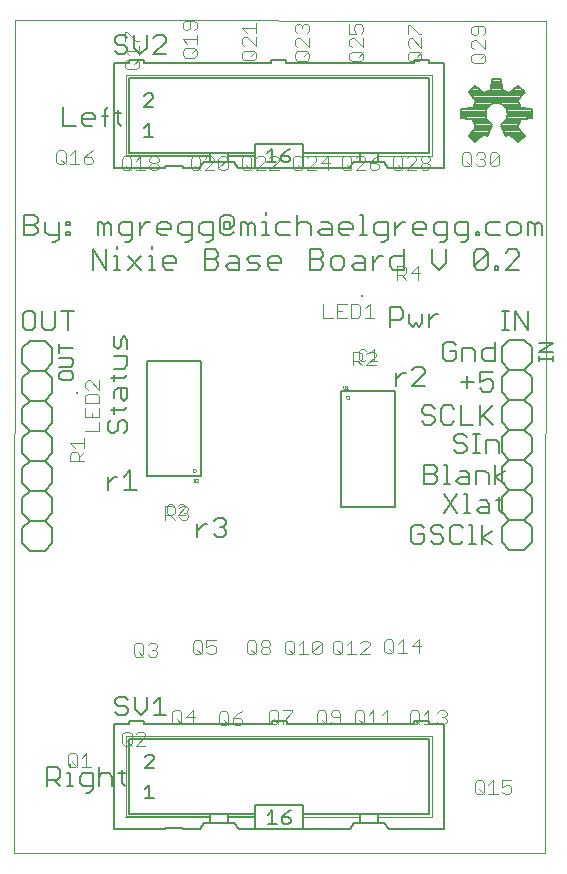
<source format=gto>
G75*
G70*
%OFA0B0*%
%FSLAX24Y24*%
%IPPOS*%
%LPD*%
%AMOC8*
5,1,8,0,0,1.08239X$1,22.5*
%
%ADD10C,0.0000*%
%ADD11C,0.0079*%
%ADD12C,0.0060*%
%ADD13C,0.0080*%
%ADD14C,0.0050*%
%ADD15C,0.0020*%
%ADD16C,0.0070*%
%ADD17C,0.0040*%
%ADD18C,0.0020*%
%ADD19C,0.0010*%
%ADD20C,0.0030*%
%ADD21R,0.0098X0.0098*%
D10*
X001418Y000100D02*
X001458Y027856D01*
X019159Y027844D01*
X019135Y000100D01*
X001418Y000100D01*
D11*
X016794Y023815D02*
X016590Y024019D01*
X016832Y024315D01*
X016789Y024394D01*
X016755Y024477D01*
X016730Y024563D01*
X016349Y024602D01*
X016349Y024890D01*
X016730Y024928D01*
X016755Y025014D01*
X016789Y025097D01*
X016832Y025176D01*
X016590Y025473D01*
X016794Y025676D01*
X017091Y025434D01*
X017169Y025478D01*
X017252Y025512D01*
X017338Y025537D01*
X017377Y025918D01*
X017665Y025918D01*
X017704Y025537D01*
X017790Y025512D01*
X017873Y025478D01*
X017951Y025434D01*
X018248Y025676D01*
X018452Y025473D01*
X018209Y025176D01*
X018253Y025097D01*
X018287Y025014D01*
X018312Y024928D01*
X018693Y024890D01*
X018693Y024602D01*
X018312Y024563D01*
X018287Y024477D01*
X018253Y024394D01*
X018209Y024315D01*
X018452Y024019D01*
X018248Y023815D01*
X017951Y024057D01*
X017893Y024024D01*
X017832Y023995D01*
X017662Y024405D01*
X017726Y024439D01*
X017782Y024485D01*
X017828Y024541D01*
X017862Y024604D01*
X017883Y024674D01*
X017890Y024746D01*
X017883Y024818D01*
X017862Y024887D01*
X017828Y024951D01*
X017782Y025007D01*
X017726Y025053D01*
X017662Y025087D01*
X017593Y025108D01*
X017521Y025115D01*
X017449Y025108D01*
X017380Y025087D01*
X017316Y025053D01*
X017260Y025007D01*
X017214Y024951D01*
X017180Y024887D01*
X017159Y024818D01*
X017152Y024746D01*
X017159Y024674D01*
X017180Y024604D01*
X017214Y024541D01*
X017260Y024485D01*
X017316Y024439D01*
X017380Y024405D01*
X017210Y023995D01*
X017149Y024024D01*
X017091Y024057D01*
X016794Y023815D01*
X016719Y023890D02*
X016886Y023890D01*
X016980Y023967D02*
X016641Y023967D01*
X016611Y024045D02*
X017075Y024045D01*
X017113Y024045D02*
X017230Y024045D01*
X017262Y024122D02*
X016674Y024122D01*
X016737Y024199D02*
X017294Y024199D01*
X017326Y024276D02*
X016800Y024276D01*
X016811Y024353D02*
X017358Y024353D01*
X017331Y024431D02*
X016774Y024431D01*
X016746Y024508D02*
X017241Y024508D01*
X017190Y024585D02*
X016511Y024585D01*
X016349Y024662D02*
X017162Y024662D01*
X017152Y024740D02*
X016349Y024740D01*
X016349Y024817D02*
X017159Y024817D01*
X017184Y024894D02*
X016393Y024894D01*
X016742Y024971D02*
X017231Y024971D01*
X017311Y025049D02*
X016769Y025049D01*
X016805Y025126D02*
X018237Y025126D01*
X018232Y025203D02*
X016810Y025203D01*
X016747Y025280D02*
X018295Y025280D01*
X018358Y025358D02*
X016684Y025358D01*
X016621Y025435D02*
X017090Y025435D01*
X017092Y025435D02*
X017950Y025435D01*
X017952Y025435D02*
X018421Y025435D01*
X018412Y025512D02*
X018047Y025512D01*
X018141Y025589D02*
X018335Y025589D01*
X018258Y025667D02*
X018236Y025667D01*
X018273Y025049D02*
X017731Y025049D01*
X017811Y024971D02*
X018300Y024971D01*
X018648Y024894D02*
X017858Y024894D01*
X017883Y024817D02*
X018693Y024817D01*
X018693Y024740D02*
X017889Y024740D01*
X017879Y024662D02*
X018693Y024662D01*
X018531Y024585D02*
X017852Y024585D01*
X017801Y024508D02*
X018296Y024508D01*
X018268Y024431D02*
X017711Y024431D01*
X017683Y024353D02*
X018230Y024353D01*
X018241Y024276D02*
X017715Y024276D01*
X017747Y024199D02*
X018304Y024199D01*
X018367Y024122D02*
X017779Y024122D01*
X017811Y024045D02*
X017929Y024045D01*
X017966Y024045D02*
X018430Y024045D01*
X018400Y023967D02*
X018061Y023967D01*
X018156Y023890D02*
X018323Y023890D01*
X017789Y025512D02*
X017253Y025512D01*
X017344Y025589D02*
X017698Y025589D01*
X017690Y025667D02*
X017351Y025667D01*
X017359Y025744D02*
X017682Y025744D01*
X017675Y025821D02*
X017367Y025821D01*
X017375Y025898D02*
X017667Y025898D01*
X016995Y025512D02*
X016629Y025512D01*
X016707Y025589D02*
X016900Y025589D01*
X016806Y025667D02*
X016784Y025667D01*
D12*
X017708Y018172D02*
X017922Y018172D01*
X017815Y018172D02*
X017815Y017532D01*
X017708Y017532D02*
X017922Y017532D01*
X018138Y017532D02*
X018138Y018172D01*
X018565Y017532D01*
X018565Y018172D01*
X018440Y017222D02*
X017940Y017222D01*
X017690Y016972D01*
X017690Y016472D01*
X017940Y016222D01*
X017690Y015972D01*
X017690Y015472D01*
X017940Y015222D01*
X018440Y015222D01*
X018690Y015472D01*
X018690Y015972D01*
X018440Y016222D01*
X017940Y016222D01*
X017402Y016125D02*
X016975Y016125D01*
X016975Y015805D01*
X017188Y015911D01*
X017295Y015911D01*
X017402Y015805D01*
X017402Y015591D01*
X017295Y015484D01*
X017082Y015484D01*
X016975Y015591D01*
X016757Y015805D02*
X016330Y015805D01*
X016544Y016018D02*
X016544Y015591D01*
X016320Y015023D02*
X016320Y014382D01*
X016747Y014382D01*
X016965Y014382D02*
X016965Y015023D01*
X017072Y014702D02*
X017392Y014382D01*
X017489Y013864D02*
X017168Y013864D01*
X017168Y013437D01*
X016952Y013437D02*
X016739Y013437D01*
X016845Y013437D02*
X016845Y014078D01*
X016739Y014078D02*
X016952Y014078D01*
X016521Y013971D02*
X016414Y014078D01*
X016201Y014078D01*
X016094Y013971D01*
X016094Y013864D01*
X016201Y013757D01*
X016414Y013757D01*
X016521Y013651D01*
X016521Y013544D01*
X016414Y013437D01*
X016201Y013437D01*
X016094Y013544D01*
X015861Y013054D02*
X015861Y012413D01*
X015754Y012413D02*
X015968Y012413D01*
X016184Y012520D02*
X016291Y012627D01*
X016611Y012627D01*
X016611Y012734D02*
X016504Y012840D01*
X016291Y012840D01*
X016184Y012520D02*
X016291Y012413D01*
X016611Y012413D01*
X016611Y012734D01*
X016829Y012840D02*
X017149Y012840D01*
X017256Y012734D01*
X017256Y012413D01*
X017473Y012413D02*
X017473Y013054D01*
X017690Y012972D02*
X017940Y013222D01*
X017690Y013472D01*
X017690Y013972D01*
X017940Y014222D01*
X017690Y014472D01*
X017690Y014972D01*
X017940Y015222D01*
X018440Y015222D02*
X018690Y014972D01*
X018690Y014472D01*
X018440Y014222D01*
X018690Y013972D01*
X018690Y013472D01*
X018440Y013222D01*
X018690Y012972D01*
X018690Y012472D01*
X018440Y012222D01*
X017940Y012222D01*
X017690Y012472D01*
X017690Y012972D01*
X017794Y012840D02*
X017473Y012627D01*
X017794Y012413D01*
X017940Y012222D02*
X017690Y011972D01*
X017690Y011472D01*
X017940Y011222D01*
X017690Y010972D01*
X017690Y010472D01*
X017940Y010222D01*
X018440Y010222D01*
X018690Y010472D01*
X018690Y010972D01*
X018440Y011222D01*
X017940Y011222D01*
X017712Y011429D02*
X017605Y011536D01*
X017605Y011963D01*
X017498Y011856D02*
X017712Y011856D01*
X017280Y011749D02*
X017280Y011429D01*
X016960Y011429D01*
X016853Y011536D01*
X016960Y011643D01*
X017280Y011643D01*
X017280Y011749D02*
X017174Y011856D01*
X016960Y011856D01*
X016637Y011429D02*
X016424Y011429D01*
X016530Y011429D02*
X016530Y012070D01*
X016424Y012070D01*
X016206Y012070D02*
X015779Y011429D01*
X015642Y011046D02*
X015428Y011046D01*
X015321Y010939D01*
X015321Y010833D01*
X015428Y010726D01*
X015642Y010726D01*
X015748Y010619D01*
X015748Y010512D01*
X015642Y010406D01*
X015428Y010406D01*
X015321Y010512D01*
X015104Y010512D02*
X014997Y010406D01*
X014784Y010406D01*
X014677Y010512D01*
X014677Y010939D01*
X014784Y011046D01*
X014997Y011046D01*
X015104Y010939D01*
X015104Y010726D02*
X014890Y010726D01*
X015104Y010726D02*
X015104Y010512D01*
X015642Y011046D02*
X015748Y010939D01*
X015966Y010939D02*
X015966Y010512D01*
X016073Y010406D01*
X016286Y010406D01*
X016393Y010512D01*
X016610Y010406D02*
X016824Y010406D01*
X016717Y010406D02*
X016717Y011046D01*
X016610Y011046D01*
X016393Y010939D02*
X016286Y011046D01*
X016073Y011046D01*
X015966Y010939D01*
X016206Y011429D02*
X015779Y012070D01*
X015430Y012413D02*
X015537Y012520D01*
X015537Y012627D01*
X015430Y012734D01*
X015110Y012734D01*
X015110Y013054D02*
X015430Y013054D01*
X015537Y012947D01*
X015537Y012840D01*
X015430Y012734D01*
X015754Y013054D02*
X015861Y013054D01*
X015430Y012413D02*
X015110Y012413D01*
X015110Y013054D01*
X015138Y014382D02*
X015031Y014489D01*
X015138Y014382D02*
X015351Y014382D01*
X015458Y014489D01*
X015458Y014595D01*
X015351Y014702D01*
X015138Y014702D01*
X015031Y014809D01*
X015031Y014916D01*
X015138Y015023D01*
X015351Y015023D01*
X015458Y014916D01*
X015676Y014916D02*
X015676Y014489D01*
X015782Y014382D01*
X015996Y014382D01*
X016103Y014489D01*
X016103Y014916D02*
X015996Y015023D01*
X015782Y015023D01*
X015676Y014916D01*
X015129Y015681D02*
X014702Y015681D01*
X015129Y016108D01*
X015129Y016215D01*
X015022Y016322D01*
X014809Y016322D01*
X014702Y016215D01*
X014485Y016108D02*
X014379Y016108D01*
X014165Y015895D01*
X014165Y016108D02*
X014165Y015681D01*
X015740Y016615D02*
X015847Y016508D01*
X016060Y016508D01*
X016167Y016615D01*
X016167Y016828D01*
X015953Y016828D01*
X015740Y017042D02*
X015740Y016615D01*
X015740Y017042D02*
X015847Y017148D01*
X016060Y017148D01*
X016167Y017042D01*
X016384Y016935D02*
X016384Y016508D01*
X016384Y016935D02*
X016705Y016935D01*
X016811Y016828D01*
X016811Y016508D01*
X017029Y016615D02*
X017029Y016828D01*
X017136Y016935D01*
X017456Y016935D01*
X017456Y017148D02*
X017456Y016508D01*
X017136Y016508D01*
X017029Y016615D01*
X017392Y015023D02*
X016965Y014595D01*
X017489Y013864D02*
X017595Y013757D01*
X017595Y013437D01*
X017940Y013222D02*
X018440Y013222D01*
X018440Y012222D02*
X018690Y011972D01*
X018690Y011472D01*
X018440Y011222D01*
X017360Y010833D02*
X017040Y010619D01*
X017360Y010406D01*
X017040Y010406D02*
X017040Y011046D01*
X016829Y012413D02*
X016829Y012840D01*
X017940Y014222D02*
X018440Y014222D01*
X018440Y016222D02*
X018690Y016472D01*
X018690Y016972D01*
X018440Y017222D01*
X015578Y018077D02*
X015471Y018077D01*
X015257Y017863D01*
X015257Y017650D02*
X015257Y018077D01*
X015040Y018077D02*
X015040Y017756D01*
X014933Y017650D01*
X014826Y017756D01*
X014719Y017650D01*
X014613Y017756D01*
X014613Y018077D01*
X014395Y018183D02*
X014395Y017970D01*
X014288Y017863D01*
X013968Y017863D01*
X013968Y017650D02*
X013968Y018290D01*
X014288Y018290D01*
X014395Y018183D01*
X008408Y011282D02*
X008515Y011176D01*
X008515Y011069D01*
X008408Y010962D01*
X008515Y010855D01*
X008515Y010749D01*
X008408Y010642D01*
X008195Y010642D01*
X008088Y010749D01*
X008301Y010962D02*
X008408Y010962D01*
X008408Y011282D02*
X008195Y011282D01*
X008088Y011176D01*
X007871Y011069D02*
X007764Y011069D01*
X007551Y010855D01*
X007551Y010642D02*
X007551Y011069D01*
X005523Y012217D02*
X005096Y012217D01*
X005309Y012217D02*
X005309Y012857D01*
X005096Y012644D01*
X004879Y012644D02*
X004772Y012644D01*
X004559Y012430D01*
X004559Y012217D02*
X004559Y012644D01*
X004674Y014106D02*
X004780Y014106D01*
X004887Y014213D01*
X004887Y014427D01*
X004994Y014533D01*
X005101Y014533D01*
X005207Y014427D01*
X005207Y014213D01*
X005101Y014106D01*
X004674Y014106D02*
X004567Y014213D01*
X004567Y014427D01*
X004674Y014533D01*
X004780Y014751D02*
X004780Y014964D01*
X004674Y014858D02*
X005101Y014858D01*
X005207Y014964D01*
X005101Y015181D02*
X004994Y015287D01*
X004994Y015608D01*
X004887Y015608D02*
X004780Y015501D01*
X004780Y015287D01*
X005101Y015181D02*
X005207Y015287D01*
X005207Y015608D01*
X004887Y015608D01*
X004780Y015825D02*
X004780Y016039D01*
X004674Y015932D02*
X005101Y015932D01*
X005207Y016039D01*
X005101Y016255D02*
X005207Y016362D01*
X005207Y016682D01*
X004780Y016682D01*
X004887Y016899D02*
X004780Y017006D01*
X004780Y017326D01*
X004994Y017220D02*
X004994Y017006D01*
X004887Y016899D01*
X004994Y017220D02*
X005101Y017326D01*
X005207Y017220D01*
X005207Y016899D01*
X005101Y016255D02*
X004780Y016255D01*
X003440Y018172D02*
X003013Y018172D01*
X003227Y018172D02*
X003227Y017532D01*
X002796Y017638D02*
X002689Y017532D01*
X002475Y017532D01*
X002369Y017638D01*
X002369Y018172D01*
X002151Y018065D02*
X002044Y018172D01*
X001831Y018172D01*
X001724Y018065D01*
X001724Y017638D01*
X001831Y017532D01*
X002044Y017532D01*
X002151Y017638D01*
X002151Y018065D01*
X002796Y018172D02*
X002796Y017638D01*
X002456Y017183D02*
X002706Y016933D01*
X002706Y016433D01*
X002456Y016183D01*
X002706Y015933D01*
X002706Y015433D01*
X002456Y015183D01*
X001956Y015183D01*
X001706Y015433D01*
X001706Y015933D01*
X001956Y016183D01*
X001706Y016433D01*
X001706Y016933D01*
X001956Y017183D01*
X002456Y017183D01*
X002456Y016183D02*
X001956Y016183D01*
X001956Y015183D02*
X001706Y014933D01*
X001706Y014433D01*
X001956Y014183D01*
X001706Y013933D01*
X001706Y013433D01*
X001956Y013183D01*
X001706Y012933D01*
X001706Y012433D01*
X001956Y012183D01*
X002456Y012183D01*
X002706Y012433D01*
X002706Y012933D01*
X002456Y013183D01*
X001956Y013183D01*
X002456Y013183D02*
X002706Y013433D01*
X002706Y013933D01*
X002456Y014183D01*
X001956Y014183D01*
X002456Y014183D02*
X002706Y014433D01*
X002706Y014933D01*
X002456Y015183D01*
X002456Y012183D02*
X002706Y011933D01*
X002706Y011433D01*
X002456Y011183D01*
X002706Y010933D01*
X002706Y010433D01*
X002456Y010183D01*
X001956Y010183D01*
X001706Y010433D01*
X001706Y010933D01*
X001956Y011183D01*
X001706Y011433D01*
X001706Y011933D01*
X001956Y012183D01*
X001956Y011183D02*
X002456Y011183D01*
X003302Y003082D02*
X003302Y002975D01*
X003302Y002762D02*
X003195Y002762D01*
X003302Y002762D02*
X003302Y002335D01*
X003195Y002335D02*
X003409Y002335D01*
X003625Y002441D02*
X003625Y002655D01*
X003732Y002762D01*
X004052Y002762D01*
X004052Y002228D01*
X003945Y002121D01*
X003839Y002121D01*
X003732Y002335D02*
X003625Y002441D01*
X003732Y002335D02*
X004052Y002335D01*
X004270Y002335D02*
X004270Y002975D01*
X004376Y002762D02*
X004270Y002655D01*
X004376Y002762D02*
X004590Y002762D01*
X004697Y002655D01*
X004697Y002335D01*
X005021Y002441D02*
X005021Y002869D01*
X004914Y002762D02*
X005128Y002762D01*
X005021Y002441D02*
X005128Y002335D01*
X002978Y002335D02*
X002764Y002548D01*
X002871Y002548D02*
X002551Y002548D01*
X002551Y002335D02*
X002551Y002975D01*
X002871Y002975D01*
X002978Y002869D01*
X002978Y002655D01*
X002871Y002548D01*
X003063Y024343D02*
X003490Y024343D01*
X003707Y024449D02*
X003707Y024663D01*
X003814Y024770D01*
X004027Y024770D01*
X004134Y024663D01*
X004134Y024556D01*
X003707Y024556D01*
X003707Y024449D02*
X003814Y024343D01*
X004027Y024343D01*
X004459Y024343D02*
X004459Y024876D01*
X004565Y024983D01*
X004781Y024770D02*
X004995Y024770D01*
X004888Y024876D02*
X004888Y024449D01*
X004995Y024343D01*
X004565Y024663D02*
X004352Y024663D01*
X003063Y024983D02*
X003063Y024343D01*
D13*
X002114Y021372D02*
X001773Y021372D01*
X001773Y020691D01*
X002114Y020691D01*
X002227Y020805D01*
X002227Y020918D01*
X002114Y021031D01*
X001773Y021031D01*
X002114Y021031D02*
X002227Y021145D01*
X002227Y021258D01*
X002114Y021372D01*
X002473Y021145D02*
X002473Y020805D01*
X002587Y020691D01*
X002927Y020691D01*
X002927Y020578D02*
X002814Y020464D01*
X002700Y020464D01*
X002927Y020578D02*
X002927Y021145D01*
X003173Y021145D02*
X003173Y021031D01*
X003286Y021031D01*
X003286Y021145D01*
X003173Y021145D01*
X003173Y020805D02*
X003173Y020691D01*
X003286Y020691D01*
X003286Y020805D01*
X003173Y020805D01*
X004057Y020230D02*
X004057Y019549D01*
X004511Y019549D02*
X004057Y020230D01*
X004223Y020691D02*
X004223Y021145D01*
X004336Y021145D01*
X004450Y021031D01*
X004563Y021145D01*
X004676Y021031D01*
X004676Y020691D01*
X004450Y020691D02*
X004450Y021031D01*
X004923Y021031D02*
X004923Y020805D01*
X005036Y020691D01*
X005376Y020691D01*
X005376Y020578D02*
X005263Y020464D01*
X005149Y020464D01*
X005376Y020578D02*
X005376Y021145D01*
X005036Y021145D01*
X004923Y021031D01*
X004870Y020343D02*
X004870Y020230D01*
X004870Y020003D02*
X004870Y019549D01*
X004757Y019549D02*
X004984Y019549D01*
X005223Y019549D02*
X005677Y020003D01*
X005923Y020003D02*
X006036Y020003D01*
X006036Y019549D01*
X005923Y019549D02*
X006150Y019549D01*
X006390Y019663D02*
X006390Y019890D01*
X006503Y020003D01*
X006730Y020003D01*
X006843Y019890D01*
X006843Y019776D01*
X006390Y019776D01*
X006390Y019663D02*
X006503Y019549D01*
X006730Y019549D01*
X006036Y020230D02*
X006036Y020343D01*
X006319Y020691D02*
X006205Y020805D01*
X006205Y021031D01*
X006319Y021145D01*
X006546Y021145D01*
X006659Y021031D01*
X006659Y020918D01*
X006205Y020918D01*
X006319Y020691D02*
X006546Y020691D01*
X006905Y020805D02*
X007019Y020691D01*
X007359Y020691D01*
X007359Y020578D02*
X007359Y021145D01*
X007019Y021145D01*
X006905Y021031D01*
X006905Y020805D01*
X007132Y020464D02*
X007246Y020464D01*
X007359Y020578D01*
X007605Y020805D02*
X007605Y021031D01*
X007719Y021145D01*
X008059Y021145D01*
X008059Y020578D01*
X007945Y020464D01*
X007832Y020464D01*
X007789Y020230D02*
X008129Y020230D01*
X008243Y020117D01*
X008243Y020003D01*
X008129Y019890D01*
X007789Y019890D01*
X007789Y020230D02*
X007789Y019549D01*
X008129Y019549D01*
X008243Y019663D01*
X008243Y019776D01*
X008129Y019890D01*
X008489Y019663D02*
X008602Y019776D01*
X008943Y019776D01*
X008943Y019890D02*
X008943Y019549D01*
X008602Y019549D01*
X008489Y019663D01*
X008602Y020003D02*
X008829Y020003D01*
X008943Y019890D01*
X009189Y019890D02*
X009302Y020003D01*
X009642Y020003D01*
X009529Y019776D02*
X009302Y019776D01*
X009189Y019890D01*
X009189Y019549D02*
X009529Y019549D01*
X009642Y019663D01*
X009529Y019776D01*
X009889Y019776D02*
X010342Y019776D01*
X010342Y019890D01*
X010229Y020003D01*
X010002Y020003D01*
X009889Y019890D01*
X009889Y019663D01*
X010002Y019549D01*
X010229Y019549D01*
X010284Y020691D02*
X010171Y020805D01*
X010171Y021031D01*
X010284Y021145D01*
X010625Y021145D01*
X010625Y020691D02*
X010284Y020691D01*
X009931Y020691D02*
X009704Y020691D01*
X009818Y020691D02*
X009818Y021145D01*
X009704Y021145D01*
X009818Y021372D02*
X009818Y021485D01*
X009458Y021031D02*
X009458Y020691D01*
X009232Y020691D02*
X009232Y021031D01*
X009345Y021145D01*
X009458Y021031D01*
X009232Y021031D02*
X009118Y021145D01*
X009005Y021145D01*
X009005Y020691D01*
X008759Y020805D02*
X008645Y020691D01*
X008418Y020691D01*
X008305Y020805D01*
X008305Y021258D01*
X008418Y021372D01*
X008645Y021372D01*
X008759Y021258D01*
X008759Y021031D01*
X008645Y020918D01*
X008645Y021145D01*
X008418Y021145D01*
X008418Y020918D01*
X008645Y020918D01*
X008059Y020691D02*
X007719Y020691D01*
X007605Y020805D01*
X005963Y021145D02*
X005849Y021145D01*
X005622Y020918D01*
X005622Y020691D02*
X005622Y021145D01*
X005223Y020003D02*
X005677Y019549D01*
X004870Y020003D02*
X004757Y020003D01*
X004511Y020230D02*
X004511Y019549D01*
X010871Y020691D02*
X010871Y021372D01*
X010984Y021145D02*
X011211Y021145D01*
X011325Y021031D01*
X011325Y020691D01*
X011571Y020805D02*
X011684Y020918D01*
X012024Y020918D01*
X012024Y021031D02*
X012024Y020691D01*
X011684Y020691D01*
X011571Y020805D01*
X011684Y021145D02*
X011911Y021145D01*
X012024Y021031D01*
X012270Y021031D02*
X012270Y020805D01*
X012384Y020691D01*
X012611Y020691D01*
X012724Y020918D02*
X012724Y021031D01*
X012611Y021145D01*
X012384Y021145D01*
X012270Y021031D01*
X012270Y020918D02*
X012724Y020918D01*
X012970Y020691D02*
X013197Y020691D01*
X013084Y020691D02*
X013084Y021372D01*
X012970Y021372D01*
X013437Y021031D02*
X013437Y020805D01*
X013550Y020691D01*
X013890Y020691D01*
X013890Y020578D02*
X013890Y021145D01*
X013550Y021145D01*
X013437Y021031D01*
X013664Y020464D02*
X013777Y020464D01*
X013890Y020578D01*
X014137Y020691D02*
X014137Y021145D01*
X014363Y021145D02*
X014137Y020918D01*
X014363Y021145D02*
X014477Y021145D01*
X014720Y021031D02*
X014720Y020805D01*
X014833Y020691D01*
X015060Y020691D01*
X015173Y020918D02*
X015173Y021031D01*
X015060Y021145D01*
X014833Y021145D01*
X014720Y021031D01*
X014720Y020918D02*
X015173Y020918D01*
X015419Y021031D02*
X015419Y020805D01*
X015533Y020691D01*
X015873Y020691D01*
X015873Y020578D02*
X015760Y020464D01*
X015646Y020464D01*
X015873Y020578D02*
X015873Y021145D01*
X015533Y021145D01*
X015419Y021031D01*
X016119Y021031D02*
X016119Y020805D01*
X016233Y020691D01*
X016573Y020691D01*
X016573Y020578D02*
X016573Y021145D01*
X016233Y021145D01*
X016119Y021031D01*
X016346Y020464D02*
X016460Y020464D01*
X016573Y020578D01*
X016883Y020230D02*
X016770Y020117D01*
X016770Y019663D01*
X017224Y020117D01*
X017224Y019663D01*
X017110Y019549D01*
X016883Y019549D01*
X016770Y019663D01*
X016883Y020230D02*
X017110Y020230D01*
X017224Y020117D01*
X017470Y019663D02*
X017583Y019663D01*
X017583Y019549D01*
X017470Y019549D01*
X017470Y019663D01*
X017820Y019549D02*
X018273Y020003D01*
X018273Y020117D01*
X018160Y020230D01*
X017933Y020230D01*
X017820Y020117D01*
X017820Y019549D02*
X018273Y019549D01*
X018209Y020691D02*
X017982Y020691D01*
X017869Y020805D01*
X017869Y021031D01*
X017982Y021145D01*
X018209Y021145D01*
X018322Y021031D01*
X018322Y020805D01*
X018209Y020691D01*
X018569Y020691D02*
X018569Y021145D01*
X018682Y021145D01*
X018795Y021031D01*
X018909Y021145D01*
X019022Y021031D01*
X019022Y020691D01*
X018795Y020691D02*
X018795Y021031D01*
X017623Y021145D02*
X017282Y021145D01*
X017169Y021031D01*
X017169Y020805D01*
X017282Y020691D01*
X017623Y020691D01*
X016933Y020691D02*
X016819Y020691D01*
X016819Y020805D01*
X016933Y020805D01*
X016933Y020691D01*
X015824Y020230D02*
X015824Y019776D01*
X015597Y019549D01*
X015370Y019776D01*
X015370Y020230D01*
X014424Y020230D02*
X014424Y019549D01*
X014084Y019549D01*
X013971Y019663D01*
X013971Y019890D01*
X014084Y020003D01*
X014424Y020003D01*
X013728Y020003D02*
X013614Y020003D01*
X013388Y019776D01*
X013388Y019549D02*
X013388Y020003D01*
X013141Y019890D02*
X013141Y019549D01*
X012801Y019549D01*
X012688Y019663D01*
X012801Y019776D01*
X013141Y019776D01*
X013141Y019890D02*
X013028Y020003D01*
X012801Y020003D01*
X012442Y019890D02*
X012442Y019663D01*
X012328Y019549D01*
X012101Y019549D01*
X011988Y019663D01*
X011988Y019890D01*
X012101Y020003D01*
X012328Y020003D01*
X012442Y019890D01*
X011742Y020003D02*
X011628Y019890D01*
X011288Y019890D01*
X011288Y020230D02*
X011288Y019549D01*
X011628Y019549D01*
X011742Y019663D01*
X011742Y019776D01*
X011628Y019890D01*
X011742Y020003D02*
X011742Y020117D01*
X011628Y020230D01*
X011288Y020230D01*
X010871Y021031D02*
X010984Y021145D01*
D14*
X011057Y022948D02*
X009457Y022948D01*
X008907Y022948D01*
X008757Y023148D01*
X008557Y023148D01*
X007957Y023148D01*
X007757Y023148D01*
X007607Y022948D01*
X007057Y022948D01*
X007057Y022998D01*
X006457Y022998D01*
X006457Y022948D01*
X004757Y022948D01*
X004757Y026448D01*
X005257Y026448D01*
X005257Y026548D01*
X005757Y026548D01*
X005757Y026448D01*
X010007Y026448D01*
X010007Y026548D01*
X010507Y026548D01*
X010507Y026448D01*
X014757Y026448D01*
X014757Y026548D01*
X015257Y026548D01*
X015257Y026448D01*
X015757Y026448D01*
X015757Y022948D01*
X013907Y022948D01*
X013757Y023148D01*
X013557Y023148D01*
X012957Y023148D01*
X012757Y023148D01*
X012607Y022948D01*
X011057Y022948D01*
X011057Y023348D01*
X011057Y023448D01*
X012957Y023448D01*
X013557Y023448D01*
X013557Y023348D01*
X013557Y023148D01*
X013557Y023448D02*
X015257Y023448D01*
X015257Y025948D01*
X005257Y025948D01*
X005257Y023448D01*
X007957Y023448D01*
X008557Y023448D01*
X008557Y023348D01*
X009457Y023348D01*
X009457Y022948D01*
X009457Y023348D02*
X009457Y023448D01*
X008557Y023448D01*
X008557Y023348D02*
X008557Y023148D01*
X007957Y023148D02*
X007957Y023348D01*
X007957Y023448D01*
X007957Y023348D02*
X005157Y023348D01*
X005782Y023973D02*
X006082Y023973D01*
X005932Y023973D02*
X005932Y024424D01*
X005782Y024274D01*
X005782Y024973D02*
X006082Y025274D01*
X006082Y025349D01*
X006007Y025424D01*
X005857Y025424D01*
X005782Y025349D01*
X005782Y024973D02*
X006082Y024973D01*
X009457Y023748D02*
X009457Y023448D01*
X009457Y023748D02*
X011057Y023748D01*
X011057Y023448D01*
X010643Y023574D02*
X010493Y023499D01*
X010342Y023349D01*
X010568Y023349D01*
X010643Y023274D01*
X010643Y023198D01*
X010568Y023123D01*
X010418Y023123D01*
X010342Y023198D01*
X010342Y023349D01*
X010182Y023123D02*
X009882Y023123D01*
X010032Y023123D02*
X010032Y023574D01*
X009882Y023424D01*
X012957Y023448D02*
X012957Y023348D01*
X012957Y023148D01*
X007669Y016512D02*
X007669Y012661D01*
X005877Y012661D01*
X005877Y016512D01*
X007669Y016512D01*
X003401Y016542D02*
X003401Y016392D01*
X003326Y016317D01*
X002950Y016317D01*
X003026Y016157D02*
X002950Y016082D01*
X002950Y015932D01*
X003026Y015856D01*
X003326Y015856D01*
X003401Y015932D01*
X003401Y016082D01*
X003326Y016157D01*
X003026Y016157D01*
X002950Y016617D02*
X003326Y016617D01*
X003401Y016542D01*
X003401Y016927D02*
X002950Y016927D01*
X002950Y016777D02*
X002950Y017078D01*
X005273Y004505D02*
X005273Y004405D01*
X004773Y004405D01*
X004773Y000905D01*
X006473Y000905D01*
X006473Y000955D01*
X007073Y000955D01*
X007073Y000905D01*
X007623Y000905D01*
X007773Y001105D01*
X007973Y001105D01*
X008573Y001105D01*
X008773Y001105D01*
X008923Y000905D01*
X009473Y000905D01*
X009473Y001305D01*
X008573Y001305D01*
X008573Y001405D01*
X007973Y001405D01*
X005273Y001405D01*
X005273Y003905D01*
X015273Y003905D01*
X015273Y001405D01*
X013573Y001405D01*
X012973Y001405D01*
X011073Y001405D01*
X011073Y001305D01*
X011073Y000905D01*
X009473Y000905D01*
X009473Y001305D02*
X009473Y001405D01*
X008573Y001405D01*
X008573Y001305D02*
X008573Y001105D01*
X007973Y001105D02*
X007973Y001305D01*
X007973Y001405D01*
X007973Y001305D02*
X005173Y001305D01*
X005798Y001930D02*
X006098Y001930D01*
X005948Y001930D02*
X005948Y002381D01*
X005798Y002230D01*
X005798Y002930D02*
X006098Y003230D01*
X006098Y003305D01*
X006023Y003381D01*
X005873Y003381D01*
X005798Y003305D01*
X005798Y002930D02*
X006098Y002930D01*
X005773Y004405D02*
X010023Y004405D01*
X010023Y004505D01*
X010523Y004505D01*
X010523Y004405D01*
X014773Y004405D01*
X014773Y004505D01*
X015273Y004505D01*
X015273Y004405D01*
X015773Y004405D01*
X015773Y000905D01*
X013923Y000905D01*
X013773Y001105D01*
X013573Y001105D01*
X012973Y001105D01*
X012773Y001105D01*
X012623Y000905D01*
X011073Y000905D01*
X011073Y001405D02*
X011073Y001705D01*
X009473Y001705D01*
X009473Y001405D01*
X009898Y001380D02*
X010048Y001531D01*
X010048Y001080D01*
X009898Y001080D02*
X010198Y001080D01*
X010358Y001155D02*
X010433Y001080D01*
X010583Y001080D01*
X010658Y001155D01*
X010658Y001230D01*
X010583Y001305D01*
X010358Y001305D01*
X010358Y001155D01*
X010358Y001305D02*
X010508Y001455D01*
X010658Y001531D01*
X012973Y001405D02*
X012973Y001305D01*
X012973Y001105D01*
X013573Y001105D02*
X013573Y001305D01*
X013573Y001405D01*
X014126Y011641D02*
X012333Y011641D01*
X012333Y015492D01*
X014126Y015492D01*
X014126Y011641D01*
X018935Y016510D02*
X018935Y016660D01*
X018935Y016585D02*
X019385Y016585D01*
X019385Y016510D02*
X019385Y016660D01*
X019385Y016817D02*
X018935Y016817D01*
X019385Y017117D01*
X018935Y017117D01*
X005773Y004505D02*
X005773Y004405D01*
X005773Y004505D02*
X005273Y004505D01*
D15*
X005173Y004005D02*
X005173Y001305D01*
X005173Y004005D02*
X015373Y004005D01*
X015373Y001305D01*
X013573Y001305D01*
X012973Y001305D02*
X011073Y001305D01*
X011057Y023348D02*
X012957Y023348D01*
X013557Y023348D02*
X015357Y023348D01*
X015357Y026048D01*
X005157Y026048D01*
X005157Y023348D01*
D16*
X005107Y026733D02*
X004897Y026733D01*
X004792Y026839D01*
X004897Y027049D02*
X005107Y027049D01*
X005212Y026944D01*
X005212Y026839D01*
X005107Y026733D01*
X004897Y027049D02*
X004792Y027154D01*
X004792Y027259D01*
X004897Y027364D01*
X005107Y027364D01*
X005212Y027259D01*
X005437Y027364D02*
X005437Y026944D01*
X005647Y026733D01*
X005857Y026944D01*
X005857Y027364D01*
X006081Y027259D02*
X006186Y027364D01*
X006396Y027364D01*
X006502Y027259D01*
X006502Y027154D01*
X006081Y026733D01*
X006502Y026733D01*
X006307Y005321D02*
X006097Y005110D01*
X006307Y005321D02*
X006307Y004690D01*
X006097Y004690D02*
X006517Y004690D01*
X005873Y004900D02*
X005873Y005321D01*
X005873Y004900D02*
X005663Y004690D01*
X005452Y004900D01*
X005452Y005321D01*
X005228Y005216D02*
X005123Y005321D01*
X004913Y005321D01*
X004808Y005216D01*
X004808Y005110D01*
X004913Y005005D01*
X005123Y005005D01*
X005228Y004900D01*
X005228Y004795D01*
X005123Y004690D01*
X004913Y004690D01*
X004808Y004795D01*
D17*
X005124Y004145D02*
X005047Y004069D01*
X005047Y003762D01*
X005124Y003685D01*
X005277Y003685D01*
X005354Y003762D01*
X005354Y004069D01*
X005277Y004145D01*
X005124Y004145D01*
X005201Y003838D02*
X005354Y003685D01*
X005508Y003685D02*
X005815Y003992D01*
X005815Y004069D01*
X005738Y004145D01*
X005584Y004145D01*
X005508Y004069D01*
X005508Y003685D02*
X005815Y003685D01*
X006709Y004486D02*
X006785Y004409D01*
X006939Y004409D01*
X007016Y004486D01*
X007016Y004793D01*
X006939Y004870D01*
X006785Y004870D01*
X006709Y004793D01*
X006709Y004486D01*
X006862Y004563D02*
X007016Y004409D01*
X007169Y004640D02*
X007476Y004640D01*
X007399Y004870D02*
X007399Y004409D01*
X007169Y004640D02*
X007399Y004870D01*
X008268Y004754D02*
X008268Y004447D01*
X008344Y004370D01*
X008498Y004370D01*
X008575Y004447D01*
X008575Y004754D01*
X008498Y004830D01*
X008344Y004830D01*
X008268Y004754D01*
X008421Y004523D02*
X008575Y004370D01*
X008728Y004447D02*
X008728Y004600D01*
X008958Y004600D01*
X009035Y004523D01*
X009035Y004447D01*
X008958Y004370D01*
X008805Y004370D01*
X008728Y004447D01*
X008728Y004600D02*
X008882Y004754D01*
X009035Y004830D01*
X009933Y004793D02*
X009933Y004486D01*
X010010Y004409D01*
X010163Y004409D01*
X010240Y004486D01*
X010240Y004793D01*
X010163Y004870D01*
X010010Y004870D01*
X009933Y004793D01*
X010087Y004563D02*
X010240Y004409D01*
X010393Y004409D02*
X010393Y004486D01*
X010700Y004793D01*
X010700Y004870D01*
X010393Y004870D01*
X011539Y004785D02*
X011539Y004478D01*
X011616Y004401D01*
X011770Y004401D01*
X011846Y004478D01*
X011846Y004785D01*
X011770Y004862D01*
X011616Y004862D01*
X011539Y004785D01*
X011693Y004555D02*
X011846Y004401D01*
X012000Y004478D02*
X012076Y004401D01*
X012230Y004401D01*
X012307Y004478D01*
X012307Y004785D01*
X012230Y004862D01*
X012076Y004862D01*
X012000Y004785D01*
X012000Y004708D01*
X012076Y004632D01*
X012307Y004632D01*
X012795Y004478D02*
X012795Y004785D01*
X012872Y004862D01*
X013026Y004862D01*
X013102Y004785D01*
X013102Y004478D01*
X013026Y004401D01*
X012872Y004401D01*
X012795Y004478D01*
X012949Y004555D02*
X013102Y004401D01*
X013256Y004401D02*
X013563Y004401D01*
X013716Y004401D02*
X014023Y004401D01*
X013870Y004401D02*
X013870Y004862D01*
X013716Y004708D01*
X013409Y004862D02*
X013409Y004401D01*
X013256Y004708D02*
X013409Y004862D01*
X014630Y004785D02*
X014630Y004478D01*
X014707Y004401D01*
X014860Y004401D01*
X014937Y004478D01*
X014937Y004785D01*
X014860Y004862D01*
X014707Y004862D01*
X014630Y004785D01*
X014784Y004555D02*
X014937Y004401D01*
X015091Y004401D02*
X015397Y004401D01*
X015244Y004401D02*
X015244Y004862D01*
X015091Y004708D01*
X015551Y004785D02*
X015628Y004862D01*
X015781Y004862D01*
X015858Y004785D01*
X015858Y004708D01*
X015781Y004632D01*
X015858Y004555D01*
X015858Y004478D01*
X015781Y004401D01*
X015628Y004401D01*
X015551Y004478D01*
X015704Y004632D02*
X015781Y004632D01*
X014927Y006764D02*
X014927Y007224D01*
X014697Y006994D01*
X015004Y006994D01*
X014543Y006764D02*
X014236Y006764D01*
X014083Y006764D02*
X013929Y006917D01*
X013853Y006764D02*
X013776Y006840D01*
X013776Y007147D01*
X013853Y007224D01*
X014006Y007224D01*
X014083Y007147D01*
X014083Y006840D01*
X014006Y006764D01*
X013853Y006764D01*
X014236Y007071D02*
X014390Y007224D01*
X014390Y006764D01*
X013287Y006724D02*
X012980Y006724D01*
X013287Y007031D01*
X013287Y007108D01*
X013210Y007185D01*
X013057Y007185D01*
X012980Y007108D01*
X012673Y007185D02*
X012673Y006724D01*
X012520Y006724D02*
X012827Y006724D01*
X012520Y007031D02*
X012673Y007185D01*
X012366Y007108D02*
X012366Y006801D01*
X012289Y006724D01*
X012136Y006724D01*
X012059Y006801D01*
X012059Y007108D01*
X012136Y007185D01*
X012289Y007185D01*
X012366Y007108D01*
X012213Y006878D02*
X012366Y006724D01*
X011689Y006801D02*
X011612Y006724D01*
X011458Y006724D01*
X011382Y006801D01*
X011689Y007108D01*
X011689Y006801D01*
X011689Y007108D02*
X011612Y007185D01*
X011458Y007185D01*
X011382Y007108D01*
X011382Y006801D01*
X011228Y006724D02*
X010921Y006724D01*
X010768Y006724D02*
X010614Y006878D01*
X010538Y006724D02*
X010461Y006801D01*
X010461Y007108D01*
X010538Y007185D01*
X010691Y007185D01*
X010768Y007108D01*
X010768Y006801D01*
X010691Y006724D01*
X010538Y006724D01*
X010921Y007031D02*
X011075Y007185D01*
X011075Y006724D01*
X009964Y006809D02*
X009887Y006732D01*
X009734Y006732D01*
X009657Y006809D01*
X009657Y006886D01*
X009734Y006962D01*
X009887Y006962D01*
X009964Y006886D01*
X009964Y006809D01*
X009887Y006962D02*
X009964Y007039D01*
X009964Y007116D01*
X009887Y007193D01*
X009734Y007193D01*
X009657Y007116D01*
X009657Y007039D01*
X009734Y006962D01*
X009504Y006809D02*
X009427Y006732D01*
X009274Y006732D01*
X009197Y006809D01*
X009197Y007116D01*
X009274Y007193D01*
X009427Y007193D01*
X009504Y007116D01*
X009504Y006809D01*
X009504Y006732D02*
X009350Y006886D01*
X008157Y006962D02*
X008157Y006809D01*
X008080Y006732D01*
X007927Y006732D01*
X007850Y006809D01*
X007697Y006809D02*
X007620Y006732D01*
X007466Y006732D01*
X007390Y006809D01*
X007390Y007116D01*
X007466Y007193D01*
X007620Y007193D01*
X007697Y007116D01*
X007697Y006809D01*
X007697Y006732D02*
X007543Y006886D01*
X007850Y006962D02*
X008004Y007039D01*
X008080Y007039D01*
X008157Y006962D01*
X008157Y007193D02*
X007850Y007193D01*
X007850Y006962D01*
X006204Y006960D02*
X006128Y006884D01*
X006204Y006807D01*
X006204Y006730D01*
X006128Y006653D01*
X005974Y006653D01*
X005897Y006730D01*
X005744Y006730D02*
X005667Y006653D01*
X005514Y006653D01*
X005437Y006730D01*
X005437Y007037D01*
X005514Y007114D01*
X005667Y007114D01*
X005744Y007037D01*
X005744Y006730D01*
X005744Y006653D02*
X005590Y006807D01*
X005897Y007037D02*
X005974Y007114D01*
X006128Y007114D01*
X006204Y007037D01*
X006204Y006960D01*
X006128Y006884D02*
X006051Y006884D01*
X003838Y003437D02*
X003838Y002976D01*
X003685Y002976D02*
X003992Y002976D01*
X003685Y003283D02*
X003838Y003437D01*
X003531Y003360D02*
X003531Y003053D01*
X003455Y002976D01*
X003301Y002976D01*
X003224Y003053D01*
X003224Y003360D01*
X003301Y003437D01*
X003455Y003437D01*
X003531Y003360D01*
X003378Y003130D02*
X003531Y002976D01*
X006482Y011218D02*
X006482Y011678D01*
X006712Y011678D01*
X006789Y011602D01*
X006789Y011448D01*
X006712Y011371D01*
X006482Y011371D01*
X006636Y011371D02*
X006789Y011218D01*
X006943Y011295D02*
X007019Y011218D01*
X007173Y011218D01*
X007250Y011295D01*
X007250Y011371D01*
X007173Y011448D01*
X007096Y011448D01*
X007173Y011448D02*
X007250Y011525D01*
X007250Y011602D01*
X007173Y011678D01*
X007019Y011678D01*
X006943Y011602D01*
X004274Y014172D02*
X004274Y014479D01*
X004274Y014633D02*
X004274Y014939D01*
X004274Y015093D02*
X004274Y015323D01*
X004198Y015400D01*
X003891Y015400D01*
X003814Y015323D01*
X003814Y015093D01*
X004274Y015093D01*
X004044Y014786D02*
X004044Y014633D01*
X003814Y014633D02*
X003814Y014939D01*
X003814Y014633D02*
X004274Y014633D01*
X004274Y014172D02*
X003814Y014172D01*
X003765Y013923D02*
X003765Y013616D01*
X003765Y013463D02*
X003612Y013309D01*
X003612Y013386D02*
X003612Y013156D01*
X003765Y013156D02*
X003305Y013156D01*
X003305Y013386D01*
X003381Y013463D01*
X003535Y013463D01*
X003612Y013386D01*
X003458Y013616D02*
X003305Y013770D01*
X003765Y013770D01*
X003891Y015553D02*
X003814Y015630D01*
X003814Y015784D01*
X003891Y015860D01*
X003968Y015860D01*
X004274Y015553D01*
X004274Y015860D01*
X005104Y022866D02*
X005027Y022943D01*
X005027Y023250D01*
X005104Y023326D01*
X005257Y023326D01*
X005334Y023250D01*
X005334Y022943D01*
X005257Y022866D01*
X005104Y022866D01*
X005181Y023020D02*
X005334Y022866D01*
X005487Y022866D02*
X005794Y022866D01*
X005641Y022866D02*
X005641Y023326D01*
X005487Y023173D01*
X005948Y023173D02*
X005948Y023250D01*
X006025Y023326D01*
X006178Y023326D01*
X006255Y023250D01*
X006255Y023173D01*
X006178Y023096D01*
X006025Y023096D01*
X005948Y023173D01*
X006025Y023096D02*
X005948Y023020D01*
X005948Y022943D01*
X006025Y022866D01*
X006178Y022866D01*
X006255Y022943D01*
X006255Y023020D01*
X006178Y023096D01*
X007326Y022943D02*
X007403Y022866D01*
X007556Y022866D01*
X007633Y022943D01*
X007633Y023250D01*
X007556Y023326D01*
X007403Y023326D01*
X007326Y023250D01*
X007326Y022943D01*
X007480Y023020D02*
X007633Y022866D01*
X007787Y022866D02*
X008094Y023173D01*
X008094Y023250D01*
X008017Y023326D01*
X007863Y023326D01*
X007787Y023250D01*
X007787Y022866D02*
X008094Y022866D01*
X008247Y022943D02*
X008554Y023250D01*
X008554Y022943D01*
X008477Y022866D01*
X008324Y022866D01*
X008247Y022943D01*
X008247Y023250D01*
X008324Y023326D01*
X008477Y023326D01*
X008554Y023250D01*
X009027Y023258D02*
X009027Y022951D01*
X009104Y022874D01*
X009257Y022874D01*
X009334Y022951D01*
X009334Y023258D01*
X009257Y023334D01*
X009104Y023334D01*
X009027Y023258D01*
X009181Y023027D02*
X009334Y022874D01*
X009487Y022874D02*
X009794Y023181D01*
X009794Y023258D01*
X009718Y023334D01*
X009564Y023334D01*
X009487Y023258D01*
X009487Y022874D02*
X009794Y022874D01*
X009948Y022874D02*
X010255Y023181D01*
X010255Y023258D01*
X010178Y023334D01*
X010025Y023334D01*
X009948Y023258D01*
X009948Y022874D02*
X010255Y022874D01*
X010736Y022951D02*
X010736Y023258D01*
X010812Y023334D01*
X010966Y023334D01*
X011043Y023258D01*
X011043Y022951D01*
X010966Y022874D01*
X010812Y022874D01*
X010736Y022951D01*
X010889Y023027D02*
X011043Y022874D01*
X011196Y022874D02*
X011503Y023181D01*
X011503Y023258D01*
X011426Y023334D01*
X011273Y023334D01*
X011196Y023258D01*
X011196Y022874D02*
X011503Y022874D01*
X011657Y023104D02*
X011963Y023104D01*
X011887Y022874D02*
X011887Y023334D01*
X011657Y023104D01*
X012366Y022951D02*
X012442Y022874D01*
X012596Y022874D01*
X012673Y022951D01*
X012673Y023258D01*
X012596Y023334D01*
X012442Y023334D01*
X012366Y023258D01*
X012366Y022951D01*
X012519Y023027D02*
X012673Y022874D01*
X012826Y022874D02*
X013133Y023181D01*
X013133Y023258D01*
X013056Y023334D01*
X012903Y023334D01*
X012826Y023258D01*
X012826Y022874D02*
X013133Y022874D01*
X013286Y022951D02*
X013363Y022874D01*
X013517Y022874D01*
X013593Y022951D01*
X013593Y023027D01*
X013517Y023104D01*
X013286Y023104D01*
X013286Y022951D01*
X013286Y023104D02*
X013440Y023258D01*
X013593Y023334D01*
X014066Y023265D02*
X014066Y022959D01*
X014143Y022882D01*
X014297Y022882D01*
X014373Y022959D01*
X014373Y023265D01*
X014297Y023342D01*
X014143Y023342D01*
X014066Y023265D01*
X014220Y023035D02*
X014373Y022882D01*
X014527Y022882D02*
X014834Y023189D01*
X014834Y023265D01*
X014757Y023342D01*
X014604Y023342D01*
X014527Y023265D01*
X014527Y022882D02*
X014834Y022882D01*
X014987Y022959D02*
X014987Y023035D01*
X015064Y023112D01*
X015217Y023112D01*
X015294Y023035D01*
X015294Y022959D01*
X015217Y022882D01*
X015064Y022882D01*
X014987Y022959D01*
X015064Y023112D02*
X014987Y023189D01*
X014987Y023265D01*
X015064Y023342D01*
X015217Y023342D01*
X015294Y023265D01*
X015294Y023189D01*
X015217Y023112D01*
X016366Y023077D02*
X016442Y023000D01*
X016596Y023000D01*
X016673Y023077D01*
X016673Y023384D01*
X016596Y023460D01*
X016442Y023460D01*
X016366Y023384D01*
X016366Y023077D01*
X016519Y023153D02*
X016673Y023000D01*
X016826Y023077D02*
X016903Y023000D01*
X017056Y023000D01*
X017133Y023077D01*
X017133Y023153D01*
X017056Y023230D01*
X016980Y023230D01*
X017056Y023230D02*
X017133Y023307D01*
X017133Y023384D01*
X017056Y023460D01*
X016903Y023460D01*
X016826Y023384D01*
X017286Y023384D02*
X017286Y023077D01*
X017593Y023384D01*
X017593Y023077D01*
X017517Y023000D01*
X017363Y023000D01*
X017286Y023077D01*
X017286Y023384D02*
X017363Y023460D01*
X017517Y023460D01*
X017593Y023384D01*
X017064Y026438D02*
X016757Y026438D01*
X016680Y026514D01*
X016680Y026668D01*
X016757Y026745D01*
X017064Y026745D01*
X017141Y026668D01*
X017141Y026514D01*
X017064Y026438D01*
X016987Y026591D02*
X017141Y026745D01*
X017141Y026898D02*
X016834Y027205D01*
X016757Y027205D01*
X016680Y027128D01*
X016680Y026975D01*
X016757Y026898D01*
X016757Y027358D02*
X016834Y027358D01*
X016910Y027435D01*
X016910Y027665D01*
X016757Y027665D02*
X016680Y027589D01*
X016680Y027435D01*
X016757Y027358D01*
X016757Y027665D02*
X017064Y027665D01*
X017141Y027589D01*
X017141Y027435D01*
X017064Y027358D01*
X017141Y027205D02*
X017141Y026898D01*
X015015Y026953D02*
X014708Y027260D01*
X014631Y027260D01*
X014554Y027183D01*
X014554Y027030D01*
X014631Y026953D01*
X014631Y026800D02*
X014938Y026800D01*
X015015Y026723D01*
X015015Y026569D01*
X014938Y026493D01*
X014631Y026493D01*
X014554Y026569D01*
X014554Y026723D01*
X014631Y026800D01*
X014861Y026646D02*
X015015Y026800D01*
X015015Y026953D02*
X015015Y027260D01*
X015015Y027414D02*
X014938Y027414D01*
X014631Y027720D01*
X014554Y027720D01*
X014554Y027414D01*
X013078Y027498D02*
X013001Y027421D01*
X013078Y027498D02*
X013078Y027652D01*
X013001Y027728D01*
X012847Y027728D01*
X012771Y027652D01*
X012771Y027575D01*
X012847Y027421D01*
X012617Y027421D01*
X012617Y027728D01*
X012694Y027268D02*
X012617Y027191D01*
X012617Y027038D01*
X012694Y026961D01*
X012694Y026808D02*
X012617Y026731D01*
X012617Y026577D01*
X012694Y026501D01*
X013001Y026501D01*
X013078Y026577D01*
X013078Y026731D01*
X013001Y026808D01*
X012694Y026808D01*
X012924Y026654D02*
X013078Y026808D01*
X013078Y026961D02*
X012771Y027268D01*
X012694Y027268D01*
X013078Y027268D02*
X013078Y026961D01*
X011267Y026977D02*
X010960Y027284D01*
X010883Y027284D01*
X010806Y027207D01*
X010806Y027054D01*
X010883Y026977D01*
X010883Y026823D02*
X010806Y026747D01*
X010806Y026593D01*
X010883Y026516D01*
X011190Y026516D01*
X011267Y026593D01*
X011267Y026747D01*
X011190Y026823D01*
X010883Y026823D01*
X011113Y026670D02*
X011267Y026823D01*
X011267Y026977D02*
X011267Y027284D01*
X011190Y027437D02*
X011267Y027514D01*
X011267Y027667D01*
X011190Y027744D01*
X011113Y027744D01*
X011036Y027667D01*
X011036Y027591D01*
X011036Y027667D02*
X010960Y027744D01*
X010883Y027744D01*
X010806Y027667D01*
X010806Y027514D01*
X010883Y027437D01*
X009495Y027453D02*
X009495Y027760D01*
X009495Y027606D02*
X009035Y027606D01*
X009188Y027453D01*
X009188Y027299D02*
X009111Y027299D01*
X009035Y027223D01*
X009035Y027069D01*
X009111Y026993D01*
X009111Y026839D02*
X009418Y026839D01*
X009495Y026762D01*
X009495Y026609D01*
X009418Y026532D01*
X009111Y026532D01*
X009035Y026609D01*
X009035Y026762D01*
X009111Y026839D01*
X009341Y026686D02*
X009495Y026839D01*
X009495Y026993D02*
X009188Y027299D01*
X009495Y027299D02*
X009495Y026993D01*
X007519Y026926D02*
X007365Y026772D01*
X007442Y026619D02*
X007135Y026619D01*
X007058Y026695D01*
X007058Y026849D01*
X007135Y026926D01*
X007442Y026926D01*
X007519Y026849D01*
X007519Y026695D01*
X007442Y026619D01*
X007519Y027079D02*
X007519Y027386D01*
X007519Y027233D02*
X007058Y027233D01*
X007212Y027079D01*
X007212Y027540D02*
X007135Y027540D01*
X007058Y027616D01*
X007058Y027770D01*
X007135Y027846D01*
X007442Y027846D01*
X007519Y027770D01*
X007519Y027616D01*
X007442Y027540D01*
X007288Y027616D02*
X007288Y027846D01*
X007288Y027616D02*
X007212Y027540D01*
X005589Y027162D02*
X005513Y027162D01*
X005206Y027469D01*
X005129Y027469D01*
X005129Y027162D01*
X005129Y026855D02*
X005589Y026855D01*
X005589Y027008D02*
X005589Y026701D01*
X005589Y026548D02*
X005436Y026394D01*
X005513Y026241D02*
X005206Y026241D01*
X005129Y026318D01*
X005129Y026471D01*
X005206Y026548D01*
X005513Y026548D01*
X005589Y026471D01*
X005589Y026318D01*
X005513Y026241D01*
X005282Y026701D02*
X005129Y026855D01*
X004074Y023523D02*
X003920Y023447D01*
X003767Y023293D01*
X003997Y023293D01*
X004074Y023216D01*
X004074Y023140D01*
X003997Y023063D01*
X003843Y023063D01*
X003767Y023140D01*
X003767Y023293D01*
X003613Y023063D02*
X003306Y023063D01*
X003153Y023063D02*
X002999Y023216D01*
X002923Y023063D02*
X002846Y023140D01*
X002846Y023447D01*
X002923Y023523D01*
X003076Y023523D01*
X003153Y023447D01*
X003153Y023140D01*
X003076Y023063D01*
X002923Y023063D01*
X003306Y023370D02*
X003460Y023523D01*
X003460Y023063D01*
X011750Y018413D02*
X011750Y017953D01*
X012057Y017953D01*
X012211Y017953D02*
X012518Y017953D01*
X012671Y017953D02*
X012901Y017953D01*
X012978Y018029D01*
X012978Y018336D01*
X012901Y018413D01*
X012671Y018413D01*
X012671Y017953D01*
X012364Y018183D02*
X012211Y018183D01*
X012211Y018413D02*
X012211Y017953D01*
X012211Y018413D02*
X012518Y018413D01*
X013132Y018260D02*
X013285Y018413D01*
X013285Y017953D01*
X013132Y017953D02*
X013439Y017953D01*
X013409Y016817D02*
X013255Y016817D01*
X013178Y016740D01*
X013025Y016740D02*
X013025Y016587D01*
X012948Y016510D01*
X012718Y016510D01*
X012718Y016357D02*
X012718Y016817D01*
X012948Y016817D01*
X013025Y016740D01*
X012872Y016510D02*
X013025Y016357D01*
X013178Y016357D02*
X013485Y016664D01*
X013485Y016740D01*
X013409Y016817D01*
X013485Y016357D02*
X013178Y016357D01*
X014199Y019210D02*
X014199Y019671D01*
X014429Y019671D01*
X014506Y019594D01*
X014506Y019440D01*
X014429Y019364D01*
X014199Y019364D01*
X014352Y019364D02*
X014506Y019210D01*
X014659Y019440D02*
X014966Y019440D01*
X014889Y019210D02*
X014889Y019671D01*
X014659Y019440D01*
X016864Y002531D02*
X017018Y002531D01*
X017095Y002454D01*
X017095Y002148D01*
X017018Y002071D01*
X016864Y002071D01*
X016788Y002148D01*
X016788Y002454D01*
X016864Y002531D01*
X016941Y002224D02*
X017095Y002071D01*
X017248Y002071D02*
X017555Y002071D01*
X017401Y002071D02*
X017401Y002531D01*
X017248Y002378D01*
X017708Y002301D02*
X017862Y002378D01*
X017939Y002378D01*
X018015Y002301D01*
X018015Y002148D01*
X017939Y002071D01*
X017785Y002071D01*
X017708Y002148D01*
X017708Y002301D02*
X017708Y002531D01*
X018015Y002531D01*
D18*
X012504Y015295D02*
X012506Y015309D01*
X012512Y015323D01*
X012520Y015335D01*
X012532Y015343D01*
X012546Y015349D01*
X012560Y015351D01*
X012574Y015349D01*
X012588Y015343D01*
X012600Y015335D01*
X012608Y015323D01*
X012614Y015309D01*
X012616Y015295D01*
X012614Y015281D01*
X012608Y015267D01*
X012600Y015255D01*
X012588Y015247D01*
X012574Y015241D01*
X012560Y015239D01*
X012546Y015241D01*
X012532Y015247D01*
X012520Y015255D01*
X012512Y015267D01*
X012506Y015281D01*
X012504Y015295D01*
X007386Y012858D02*
X007388Y012872D01*
X007394Y012886D01*
X007402Y012898D01*
X007414Y012906D01*
X007428Y012912D01*
X007442Y012914D01*
X007456Y012912D01*
X007470Y012906D01*
X007482Y012898D01*
X007490Y012886D01*
X007496Y012872D01*
X007498Y012858D01*
X007496Y012844D01*
X007490Y012830D01*
X007482Y012818D01*
X007470Y012810D01*
X007456Y012804D01*
X007442Y012802D01*
X007428Y012804D01*
X007414Y012810D01*
X007402Y012818D01*
X007394Y012830D01*
X007388Y012844D01*
X007386Y012858D01*
D19*
X007420Y012577D02*
X007420Y012502D01*
X007435Y012487D01*
X007465Y012487D01*
X007480Y012502D01*
X007480Y012577D01*
X007513Y012562D02*
X007528Y012577D01*
X007558Y012577D01*
X007573Y012562D01*
X007573Y012547D01*
X007513Y012487D01*
X007573Y012487D01*
X012408Y015591D02*
X012423Y015576D01*
X012453Y015576D01*
X012468Y015591D01*
X012468Y015666D01*
X012500Y015636D02*
X012530Y015666D01*
X012530Y015576D01*
X012500Y015576D02*
X012560Y015576D01*
X012408Y015591D02*
X012408Y015666D01*
D20*
X012991Y016522D02*
X013115Y016522D01*
X013176Y016584D01*
X013298Y016522D02*
X013545Y016522D01*
X013421Y016522D02*
X013421Y016893D01*
X013298Y016769D01*
X013176Y016831D02*
X013115Y016893D01*
X012991Y016893D01*
X012930Y016831D01*
X012930Y016584D01*
X012991Y016522D01*
X007139Y011687D02*
X007077Y011749D01*
X006954Y011749D01*
X006892Y011687D01*
X006771Y011687D02*
X006709Y011749D01*
X006585Y011749D01*
X006524Y011687D01*
X006524Y011440D01*
X006585Y011378D01*
X006709Y011378D01*
X006771Y011440D01*
X006892Y011378D02*
X007139Y011625D01*
X007139Y011687D01*
X007139Y011378D02*
X006892Y011378D01*
D21*
X003544Y015444D03*
X013023Y018683D03*
M02*

</source>
